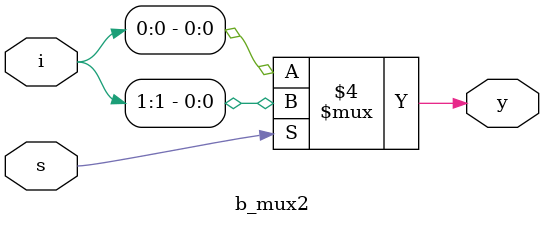
<source format=v>
`timescale 1ns / 1ps
module b_mux2(i,s,y);
    input [1:0] i;
    input s;
    output y;
    reg y;
	 always @(i,s)
	 begin
	 if(s==1'b0)
	 y=i[0];
	 else
	 y=i[1];
	
	end
endmodule

</source>
